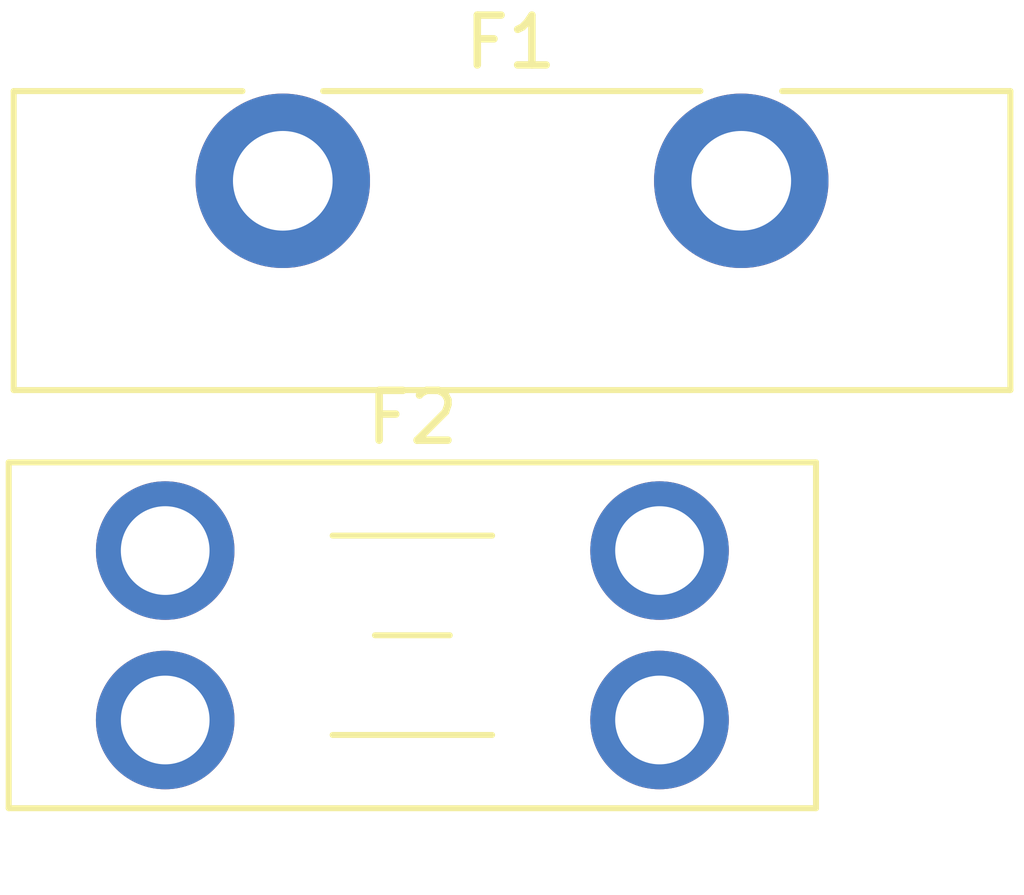
<source format=kicad_pcb>
(kicad_pcb (version 20211014) (generator pcbnew)
  (layers (0 "F.Cu" signal) (31 "B.Cu" signal) (34 "B.Paste" user) (35 "F.Paste" user) (36 "B.SilkS" user "B.Silkscreen") (37 "F.SilkS" user "F.Silkscreen") (38 "B.Mask" user) (39 "F.Mask" user) (44 "Edge.Cuts" user))
  (net 0 "")
  (net 1 "Net-(F1-Pad1)")
  (net 2 "Net-(F1-Pad2)")
  (footprint "Fuse:Fuseholder_Blade_ATO_Littelfuse_Pudenz_2_Pin" (layer "F.Cu") (at 141.732 67.056)
    (fp_text reference "F1" (at 4.57 -2.78) (layer "F.SilkS"))
    (fp_text value "Fuse")
    (fp_line (start 14.6 -1.8) (end 14.6 4.2) (layer "F.SilkS") (width 0.12))
    (fp_line (start 10.02 -1.8) (end 14.6 -1.8) (layer "F.SilkS") (width 0.12))
    (fp_line (start 14.6 4.2) (end -5.4 4.2) (layer "F.SilkS") (width 0.12))
    (fp_line (start 0.81 -1.8) (end 8.38 -1.8) (layer "F.SilkS") (width 0.12))
    (fp_line (start -5.4 4.2) (end -5.4 -1.8) (layer "F.SilkS") (width 0.12))
    (fp_line (start -5.4 -1.8) (end -0.81 -1.8) (layer "F.SilkS") (width 0.12))
    (pad "" np_thru_hole circle (at 4.6 1.2) (size 2.4 2.4) (drill 2.4) (layers *.Cu *.Mask))
    (pad "1" thru_hole circle (at 0 0) (size 3.5 3.5) (drill 2) (layers *.Cu *.Mask) (net 1 "Net-(F1-Pad1)"))
    (pad "2" thru_hole circle (at 9.2 0) (size 3.5 3.5) (drill 2) (layers *.Cu *.Mask) (net 2 "Net-(F1-Pad2)"))
  )
  (footprint "Fuse:Fuseholder_Blade_Mini_Keystone_3568" (layer "F.Cu") (at 139.372 74.476)
    (fp_text reference "F2" (at 4.96 -2.67) (layer "F.SilkS"))
    (fp_text value "Fuse")
    (fp_line (start 13.06 5.17) (end 13.06 -1.77) (layer "F.SilkS") (width 0.12))
    (fp_line (start 3.36 -0.3) (end 6.56 -0.3) (layer "F.SilkS") (width 0.12))
    (fp_line (start -3.14 5.17) (end 13.06 5.17) (layer "F.SilkS") (width 0.12))
    (fp_line (start 13.06 -1.77) (end -3.14 -1.77) (layer "F.SilkS") (width 0.12))
    (fp_line (start 6.56 3.7) (end 3.36 3.7) (layer "F.SilkS") (width 0.12))
    (fp_line (start 4.21 1.7) (end 5.71 1.7) (layer "F.SilkS") (width 0.12))
    (fp_line (start -3.14 -1.77) (end -3.14 5.17) (layer "F.SilkS") (width 0.12))
    (pad "1" thru_hole circle (at 0 0) (size 2.78 2.78) (drill 1.78) (layers *.Cu *.Mask) (net 2 "Net-(F1-Pad2)"))
    (pad "1" thru_hole circle (at 0 3.4) (size 2.78 2.78) (drill 1.78) (layers *.Cu *.Mask) (net 2 "Net-(F1-Pad2)"))
    (pad "2" thru_hole circle (at 9.92 0) (size 2.78 2.78) (drill 1.78) (layers *.Cu *.Mask) (net 1 "Net-(F1-Pad1)"))
    (pad "2" thru_hole circle (at 9.92 3.4) (size 2.78 2.78) (drill 1.78) (layers *.Cu *.Mask) (net 1 "Net-(F1-Pad1)"))
  )
)
</source>
